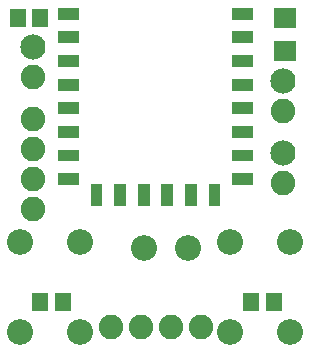
<source format=gbr>
G04 DipTrace 2.4.0.2*
%INBottomMask.gbr*%
%MOIN*%
%ADD20O,0.087X0.085*%
%ADD41R,0.0749X0.067*%
%ADD47R,0.0552X0.0631*%
%ADD51C,0.084*%
%ADD53C,0.082*%
%FSLAX44Y44*%
G04*
G70*
G90*
G75*
G01*
%LNBotMask*%
%LPD*%
G36*
X11784Y15313D2*
Y14919D1*
X12494D1*
Y15313D1*
X11784D1*
G37*
G36*
Y14526D2*
Y14131D1*
X12494D1*
Y14526D1*
X11784D1*
G37*
G36*
Y13738D2*
Y13344D1*
X12494D1*
Y13738D1*
X11784D1*
G37*
G36*
Y12951D2*
Y12557D1*
X12494D1*
Y12951D1*
X11784D1*
G37*
G36*
Y12163D2*
Y11769D1*
X12494D1*
Y12163D1*
X11784D1*
G37*
G36*
Y11376D2*
Y10982D1*
X12494D1*
Y11376D1*
X11784D1*
G37*
G36*
Y10589D2*
Y10194D1*
X12494D1*
Y10589D1*
X11784D1*
G37*
G36*
Y9801D2*
Y9407D1*
X12494D1*
Y9801D1*
X11784D1*
G37*
G36*
X5997D2*
Y9407D1*
X6706D1*
Y9801D1*
X5997D1*
G37*
G36*
Y10589D2*
Y10194D1*
X6706D1*
Y10589D1*
X5997D1*
G37*
G36*
Y11376D2*
Y10982D1*
X6706D1*
Y11376D1*
X5997D1*
G37*
G36*
Y12163D2*
Y11769D1*
X6706D1*
Y12163D1*
X5997D1*
G37*
G36*
Y12951D2*
Y12557D1*
X6706D1*
Y12951D1*
X5997D1*
G37*
G36*
Y13738D2*
Y13344D1*
X6706D1*
Y13738D1*
X5997D1*
G37*
G36*
Y14526D2*
Y14131D1*
X6706D1*
Y14526D1*
X5997D1*
G37*
G36*
Y15313D2*
Y14919D1*
X6706D1*
Y15313D1*
X5997D1*
G37*
G36*
X7474Y9431D2*
X7080D1*
Y8722D1*
X7474D1*
Y9431D1*
G37*
G36*
X8261D2*
X7867D1*
Y8722D1*
X8261D1*
Y9431D1*
G37*
G36*
X9049D2*
X8654D1*
Y8722D1*
X9049D1*
Y9431D1*
G37*
G36*
X9836D2*
X9442D1*
Y8722D1*
X9836D1*
Y9431D1*
G37*
G36*
X10624D2*
X10229D1*
Y8722D1*
X10624D1*
Y9431D1*
G37*
G36*
X11411D2*
X11017D1*
Y8722D1*
X11411D1*
Y9431D1*
G37*
D53*
X13500Y11870D3*
D51*
Y12870D3*
D41*
X13550Y13870D3*
Y14972D3*
D53*
X5150Y8620D3*
Y9620D3*
Y10620D3*
Y11620D3*
Y13020D3*
D51*
Y14020D3*
D47*
X5400Y14970D3*
X4652D3*
X6150Y5520D3*
X5402D3*
X13194D3*
X12446D3*
D53*
X13500Y9470D3*
D51*
Y10470D3*
D53*
X10750Y4670D3*
X9750D3*
X8750D3*
X7750D3*
D20*
X4745Y4525D3*
Y7515D3*
X6735D3*
X6745Y4525D3*
X11745D3*
X13745Y4515D3*
Y7515D3*
X11745D3*
X8855Y7315D3*
X10345Y7325D3*
M02*

</source>
